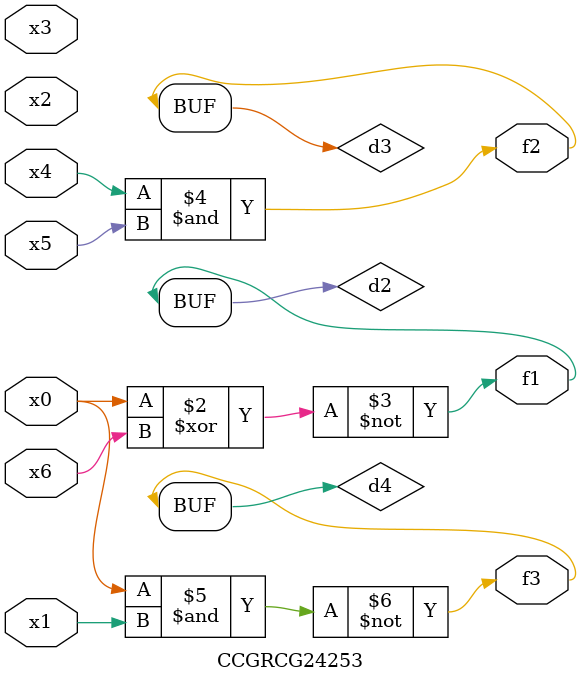
<source format=v>
module CCGRCG24253(
	input x0, x1, x2, x3, x4, x5, x6,
	output f1, f2, f3
);

	wire d1, d2, d3, d4;

	nor (d1, x0);
	xnor (d2, x0, x6);
	and (d3, x4, x5);
	nand (d4, x0, x1);
	assign f1 = d2;
	assign f2 = d3;
	assign f3 = d4;
endmodule

</source>
